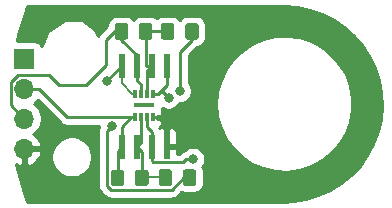
<source format=gbr>
%TF.GenerationSoftware,KiCad,Pcbnew,(5.1.5)-3*%
%TF.CreationDate,2021-12-06T22:42:56-06:00*%
%TF.ProjectId,DriveByWireMrSensor,44726976-6542-4795-9769-72654d725365,rev?*%
%TF.SameCoordinates,Original*%
%TF.FileFunction,Copper,L1,Top*%
%TF.FilePolarity,Positive*%
%FSLAX46Y46*%
G04 Gerber Fmt 4.6, Leading zero omitted, Abs format (unit mm)*
G04 Created by KiCad (PCBNEW (5.1.5)-3) date 2021-12-06 22:42:56*
%MOMM*%
%LPD*%
G04 APERTURE LIST*
%TA.AperFunction,SMDPad,CuDef*%
%ADD10R,0.558800X2.057400*%
%TD*%
%TA.AperFunction,ComponentPad*%
%ADD11R,1.700000X1.700000*%
%TD*%
%TA.AperFunction,ComponentPad*%
%ADD12O,1.700000X1.700000*%
%TD*%
%TA.AperFunction,SMDPad,CuDef*%
%ADD13C,0.100000*%
%TD*%
%TA.AperFunction,SMDPad,CuDef*%
%ADD14R,0.300000X0.750000*%
%TD*%
%TA.AperFunction,SMDPad,CuDef*%
%ADD15R,1.750000X0.450000*%
%TD*%
%TA.AperFunction,ViaPad*%
%ADD16C,0.800000*%
%TD*%
%TA.AperFunction,Conductor*%
%ADD17C,0.152400*%
%TD*%
%TA.AperFunction,Conductor*%
%ADD18C,0.228600*%
%TD*%
%TA.AperFunction,Conductor*%
%ADD19C,0.254000*%
%TD*%
G04 APERTURE END LIST*
D10*
%TO.P,U1,1*%
%TO.N,AnalogSignal1*%
X99425000Y-82729000D03*
%TO.P,U1,2*%
%TO.N,LM358_InM1*%
X100695000Y-82729000D03*
%TO.P,U1,3*%
%TO.N,LM358_InP1*%
X101965000Y-82729000D03*
%TO.P,U1,4*%
%TO.N,GND*%
X103235000Y-82729000D03*
%TO.P,U1,5*%
%TO.N,LM358_InP2*%
X103235000Y-75871000D03*
%TO.P,U1,6*%
%TO.N,LM358_InM2*%
X101965000Y-75871000D03*
%TO.P,U1,7*%
%TO.N,AnalogSignal2*%
X100695000Y-75871000D03*
%TO.P,U1,8*%
%TO.N,+3V3*%
X99425000Y-75871000D03*
%TD*%
D11*
%TO.P,J1,1*%
%TO.N,+3V3*%
X91200000Y-75289999D03*
D12*
%TO.P,J1,2*%
%TO.N,AnalogSignal1*%
X91200000Y-77829999D03*
%TO.P,J1,3*%
%TO.N,AnalogSignal2*%
X91200000Y-80369999D03*
%TO.P,J1,4*%
%TO.N,GND*%
X91200000Y-82909999D03*
%TD*%
%TA.AperFunction,SMDPad,CuDef*%
D13*
%TO.P,R1,1*%
%TO.N,LM358_InM1*%
G36*
X103474505Y-84651204D02*
G01*
X103498773Y-84654804D01*
X103522572Y-84660765D01*
X103545671Y-84669030D01*
X103567850Y-84679520D01*
X103588893Y-84692132D01*
X103608599Y-84706747D01*
X103626777Y-84723223D01*
X103643253Y-84741401D01*
X103657868Y-84761107D01*
X103670480Y-84782150D01*
X103680970Y-84804329D01*
X103689235Y-84827428D01*
X103695196Y-84851227D01*
X103698796Y-84875495D01*
X103700000Y-84899999D01*
X103700000Y-85800001D01*
X103698796Y-85824505D01*
X103695196Y-85848773D01*
X103689235Y-85872572D01*
X103680970Y-85895671D01*
X103670480Y-85917850D01*
X103657868Y-85938893D01*
X103643253Y-85958599D01*
X103626777Y-85976777D01*
X103608599Y-85993253D01*
X103588893Y-86007868D01*
X103567850Y-86020480D01*
X103545671Y-86030970D01*
X103522572Y-86039235D01*
X103498773Y-86045196D01*
X103474505Y-86048796D01*
X103450001Y-86050000D01*
X102799999Y-86050000D01*
X102775495Y-86048796D01*
X102751227Y-86045196D01*
X102727428Y-86039235D01*
X102704329Y-86030970D01*
X102682150Y-86020480D01*
X102661107Y-86007868D01*
X102641401Y-85993253D01*
X102623223Y-85976777D01*
X102606747Y-85958599D01*
X102592132Y-85938893D01*
X102579520Y-85917850D01*
X102569030Y-85895671D01*
X102560765Y-85872572D01*
X102554804Y-85848773D01*
X102551204Y-85824505D01*
X102550000Y-85800001D01*
X102550000Y-84899999D01*
X102551204Y-84875495D01*
X102554804Y-84851227D01*
X102560765Y-84827428D01*
X102569030Y-84804329D01*
X102579520Y-84782150D01*
X102592132Y-84761107D01*
X102606747Y-84741401D01*
X102623223Y-84723223D01*
X102641401Y-84706747D01*
X102661107Y-84692132D01*
X102682150Y-84679520D01*
X102704329Y-84669030D01*
X102727428Y-84660765D01*
X102751227Y-84654804D01*
X102775495Y-84651204D01*
X102799999Y-84650000D01*
X103450001Y-84650000D01*
X103474505Y-84651204D01*
G37*
%TD.AperFunction*%
%TA.AperFunction,SMDPad,CuDef*%
%TO.P,R1,2*%
%TO.N,SourceSignal1*%
G36*
X105524505Y-84651204D02*
G01*
X105548773Y-84654804D01*
X105572572Y-84660765D01*
X105595671Y-84669030D01*
X105617850Y-84679520D01*
X105638893Y-84692132D01*
X105658599Y-84706747D01*
X105676777Y-84723223D01*
X105693253Y-84741401D01*
X105707868Y-84761107D01*
X105720480Y-84782150D01*
X105730970Y-84804329D01*
X105739235Y-84827428D01*
X105745196Y-84851227D01*
X105748796Y-84875495D01*
X105750000Y-84899999D01*
X105750000Y-85800001D01*
X105748796Y-85824505D01*
X105745196Y-85848773D01*
X105739235Y-85872572D01*
X105730970Y-85895671D01*
X105720480Y-85917850D01*
X105707868Y-85938893D01*
X105693253Y-85958599D01*
X105676777Y-85976777D01*
X105658599Y-85993253D01*
X105638893Y-86007868D01*
X105617850Y-86020480D01*
X105595671Y-86030970D01*
X105572572Y-86039235D01*
X105548773Y-86045196D01*
X105524505Y-86048796D01*
X105500001Y-86050000D01*
X104849999Y-86050000D01*
X104825495Y-86048796D01*
X104801227Y-86045196D01*
X104777428Y-86039235D01*
X104754329Y-86030970D01*
X104732150Y-86020480D01*
X104711107Y-86007868D01*
X104691401Y-85993253D01*
X104673223Y-85976777D01*
X104656747Y-85958599D01*
X104642132Y-85938893D01*
X104629520Y-85917850D01*
X104619030Y-85895671D01*
X104610765Y-85872572D01*
X104604804Y-85848773D01*
X104601204Y-85824505D01*
X104600000Y-85800001D01*
X104600000Y-84899999D01*
X104601204Y-84875495D01*
X104604804Y-84851227D01*
X104610765Y-84827428D01*
X104619030Y-84804329D01*
X104629520Y-84782150D01*
X104642132Y-84761107D01*
X104656747Y-84741401D01*
X104673223Y-84723223D01*
X104691401Y-84706747D01*
X104711107Y-84692132D01*
X104732150Y-84679520D01*
X104754329Y-84669030D01*
X104777428Y-84660765D01*
X104801227Y-84654804D01*
X104825495Y-84651204D01*
X104849999Y-84650000D01*
X105500001Y-84650000D01*
X105524505Y-84651204D01*
G37*
%TD.AperFunction*%
%TD*%
%TA.AperFunction,SMDPad,CuDef*%
%TO.P,R2,2*%
%TO.N,AnalogSignal1*%
G36*
X99429505Y-84676204D02*
G01*
X99453773Y-84679804D01*
X99477572Y-84685765D01*
X99500671Y-84694030D01*
X99522850Y-84704520D01*
X99543893Y-84717132D01*
X99563599Y-84731747D01*
X99581777Y-84748223D01*
X99598253Y-84766401D01*
X99612868Y-84786107D01*
X99625480Y-84807150D01*
X99635970Y-84829329D01*
X99644235Y-84852428D01*
X99650196Y-84876227D01*
X99653796Y-84900495D01*
X99655000Y-84924999D01*
X99655000Y-85825001D01*
X99653796Y-85849505D01*
X99650196Y-85873773D01*
X99644235Y-85897572D01*
X99635970Y-85920671D01*
X99625480Y-85942850D01*
X99612868Y-85963893D01*
X99598253Y-85983599D01*
X99581777Y-86001777D01*
X99563599Y-86018253D01*
X99543893Y-86032868D01*
X99522850Y-86045480D01*
X99500671Y-86055970D01*
X99477572Y-86064235D01*
X99453773Y-86070196D01*
X99429505Y-86073796D01*
X99405001Y-86075000D01*
X98754999Y-86075000D01*
X98730495Y-86073796D01*
X98706227Y-86070196D01*
X98682428Y-86064235D01*
X98659329Y-86055970D01*
X98637150Y-86045480D01*
X98616107Y-86032868D01*
X98596401Y-86018253D01*
X98578223Y-86001777D01*
X98561747Y-85983599D01*
X98547132Y-85963893D01*
X98534520Y-85942850D01*
X98524030Y-85920671D01*
X98515765Y-85897572D01*
X98509804Y-85873773D01*
X98506204Y-85849505D01*
X98505000Y-85825001D01*
X98505000Y-84924999D01*
X98506204Y-84900495D01*
X98509804Y-84876227D01*
X98515765Y-84852428D01*
X98524030Y-84829329D01*
X98534520Y-84807150D01*
X98547132Y-84786107D01*
X98561747Y-84766401D01*
X98578223Y-84748223D01*
X98596401Y-84731747D01*
X98616107Y-84717132D01*
X98637150Y-84704520D01*
X98659329Y-84694030D01*
X98682428Y-84685765D01*
X98706227Y-84679804D01*
X98730495Y-84676204D01*
X98754999Y-84675000D01*
X99405001Y-84675000D01*
X99429505Y-84676204D01*
G37*
%TD.AperFunction*%
%TA.AperFunction,SMDPad,CuDef*%
%TO.P,R2,1*%
%TO.N,LM358_InM1*%
G36*
X101479505Y-84676204D02*
G01*
X101503773Y-84679804D01*
X101527572Y-84685765D01*
X101550671Y-84694030D01*
X101572850Y-84704520D01*
X101593893Y-84717132D01*
X101613599Y-84731747D01*
X101631777Y-84748223D01*
X101648253Y-84766401D01*
X101662868Y-84786107D01*
X101675480Y-84807150D01*
X101685970Y-84829329D01*
X101694235Y-84852428D01*
X101700196Y-84876227D01*
X101703796Y-84900495D01*
X101705000Y-84924999D01*
X101705000Y-85825001D01*
X101703796Y-85849505D01*
X101700196Y-85873773D01*
X101694235Y-85897572D01*
X101685970Y-85920671D01*
X101675480Y-85942850D01*
X101662868Y-85963893D01*
X101648253Y-85983599D01*
X101631777Y-86001777D01*
X101613599Y-86018253D01*
X101593893Y-86032868D01*
X101572850Y-86045480D01*
X101550671Y-86055970D01*
X101527572Y-86064235D01*
X101503773Y-86070196D01*
X101479505Y-86073796D01*
X101455001Y-86075000D01*
X100804999Y-86075000D01*
X100780495Y-86073796D01*
X100756227Y-86070196D01*
X100732428Y-86064235D01*
X100709329Y-86055970D01*
X100687150Y-86045480D01*
X100666107Y-86032868D01*
X100646401Y-86018253D01*
X100628223Y-86001777D01*
X100611747Y-85983599D01*
X100597132Y-85963893D01*
X100584520Y-85942850D01*
X100574030Y-85920671D01*
X100565765Y-85897572D01*
X100559804Y-85873773D01*
X100556204Y-85849505D01*
X100555000Y-85825001D01*
X100555000Y-84924999D01*
X100556204Y-84900495D01*
X100559804Y-84876227D01*
X100565765Y-84852428D01*
X100574030Y-84829329D01*
X100584520Y-84807150D01*
X100597132Y-84786107D01*
X100611747Y-84766401D01*
X100628223Y-84748223D01*
X100646401Y-84731747D01*
X100666107Y-84717132D01*
X100687150Y-84704520D01*
X100709329Y-84694030D01*
X100732428Y-84685765D01*
X100756227Y-84679804D01*
X100780495Y-84676204D01*
X100804999Y-84675000D01*
X101455001Y-84675000D01*
X101479505Y-84676204D01*
G37*
%TD.AperFunction*%
%TD*%
%TA.AperFunction,SMDPad,CuDef*%
%TO.P,R3,2*%
%TO.N,SourceSignal2*%
G36*
X105722505Y-72281204D02*
G01*
X105746773Y-72284804D01*
X105770572Y-72290765D01*
X105793671Y-72299030D01*
X105815850Y-72309520D01*
X105836893Y-72322132D01*
X105856599Y-72336747D01*
X105874777Y-72353223D01*
X105891253Y-72371401D01*
X105905868Y-72391107D01*
X105918480Y-72412150D01*
X105928970Y-72434329D01*
X105937235Y-72457428D01*
X105943196Y-72481227D01*
X105946796Y-72505495D01*
X105948000Y-72529999D01*
X105948000Y-73430001D01*
X105946796Y-73454505D01*
X105943196Y-73478773D01*
X105937235Y-73502572D01*
X105928970Y-73525671D01*
X105918480Y-73547850D01*
X105905868Y-73568893D01*
X105891253Y-73588599D01*
X105874777Y-73606777D01*
X105856599Y-73623253D01*
X105836893Y-73637868D01*
X105815850Y-73650480D01*
X105793671Y-73660970D01*
X105770572Y-73669235D01*
X105746773Y-73675196D01*
X105722505Y-73678796D01*
X105698001Y-73680000D01*
X105047999Y-73680000D01*
X105023495Y-73678796D01*
X104999227Y-73675196D01*
X104975428Y-73669235D01*
X104952329Y-73660970D01*
X104930150Y-73650480D01*
X104909107Y-73637868D01*
X104889401Y-73623253D01*
X104871223Y-73606777D01*
X104854747Y-73588599D01*
X104840132Y-73568893D01*
X104827520Y-73547850D01*
X104817030Y-73525671D01*
X104808765Y-73502572D01*
X104802804Y-73478773D01*
X104799204Y-73454505D01*
X104798000Y-73430001D01*
X104798000Y-72529999D01*
X104799204Y-72505495D01*
X104802804Y-72481227D01*
X104808765Y-72457428D01*
X104817030Y-72434329D01*
X104827520Y-72412150D01*
X104840132Y-72391107D01*
X104854747Y-72371401D01*
X104871223Y-72353223D01*
X104889401Y-72336747D01*
X104909107Y-72322132D01*
X104930150Y-72309520D01*
X104952329Y-72299030D01*
X104975428Y-72290765D01*
X104999227Y-72284804D01*
X105023495Y-72281204D01*
X105047999Y-72280000D01*
X105698001Y-72280000D01*
X105722505Y-72281204D01*
G37*
%TD.AperFunction*%
%TA.AperFunction,SMDPad,CuDef*%
%TO.P,R3,1*%
%TO.N,LM358_InM2*%
G36*
X103672505Y-72281204D02*
G01*
X103696773Y-72284804D01*
X103720572Y-72290765D01*
X103743671Y-72299030D01*
X103765850Y-72309520D01*
X103786893Y-72322132D01*
X103806599Y-72336747D01*
X103824777Y-72353223D01*
X103841253Y-72371401D01*
X103855868Y-72391107D01*
X103868480Y-72412150D01*
X103878970Y-72434329D01*
X103887235Y-72457428D01*
X103893196Y-72481227D01*
X103896796Y-72505495D01*
X103898000Y-72529999D01*
X103898000Y-73430001D01*
X103896796Y-73454505D01*
X103893196Y-73478773D01*
X103887235Y-73502572D01*
X103878970Y-73525671D01*
X103868480Y-73547850D01*
X103855868Y-73568893D01*
X103841253Y-73588599D01*
X103824777Y-73606777D01*
X103806599Y-73623253D01*
X103786893Y-73637868D01*
X103765850Y-73650480D01*
X103743671Y-73660970D01*
X103720572Y-73669235D01*
X103696773Y-73675196D01*
X103672505Y-73678796D01*
X103648001Y-73680000D01*
X102997999Y-73680000D01*
X102973495Y-73678796D01*
X102949227Y-73675196D01*
X102925428Y-73669235D01*
X102902329Y-73660970D01*
X102880150Y-73650480D01*
X102859107Y-73637868D01*
X102839401Y-73623253D01*
X102821223Y-73606777D01*
X102804747Y-73588599D01*
X102790132Y-73568893D01*
X102777520Y-73547850D01*
X102767030Y-73525671D01*
X102758765Y-73502572D01*
X102752804Y-73478773D01*
X102749204Y-73454505D01*
X102748000Y-73430001D01*
X102748000Y-72529999D01*
X102749204Y-72505495D01*
X102752804Y-72481227D01*
X102758765Y-72457428D01*
X102767030Y-72434329D01*
X102777520Y-72412150D01*
X102790132Y-72391107D01*
X102804747Y-72371401D01*
X102821223Y-72353223D01*
X102839401Y-72336747D01*
X102859107Y-72322132D01*
X102880150Y-72309520D01*
X102902329Y-72299030D01*
X102925428Y-72290765D01*
X102949227Y-72284804D01*
X102973495Y-72281204D01*
X102997999Y-72280000D01*
X103648001Y-72280000D01*
X103672505Y-72281204D01*
G37*
%TD.AperFunction*%
%TD*%
%TA.AperFunction,SMDPad,CuDef*%
%TO.P,R4,1*%
%TO.N,LM358_InM2*%
G36*
X101802505Y-72281204D02*
G01*
X101826773Y-72284804D01*
X101850572Y-72290765D01*
X101873671Y-72299030D01*
X101895850Y-72309520D01*
X101916893Y-72322132D01*
X101936599Y-72336747D01*
X101954777Y-72353223D01*
X101971253Y-72371401D01*
X101985868Y-72391107D01*
X101998480Y-72412150D01*
X102008970Y-72434329D01*
X102017235Y-72457428D01*
X102023196Y-72481227D01*
X102026796Y-72505495D01*
X102028000Y-72529999D01*
X102028000Y-73430001D01*
X102026796Y-73454505D01*
X102023196Y-73478773D01*
X102017235Y-73502572D01*
X102008970Y-73525671D01*
X101998480Y-73547850D01*
X101985868Y-73568893D01*
X101971253Y-73588599D01*
X101954777Y-73606777D01*
X101936599Y-73623253D01*
X101916893Y-73637868D01*
X101895850Y-73650480D01*
X101873671Y-73660970D01*
X101850572Y-73669235D01*
X101826773Y-73675196D01*
X101802505Y-73678796D01*
X101778001Y-73680000D01*
X101127999Y-73680000D01*
X101103495Y-73678796D01*
X101079227Y-73675196D01*
X101055428Y-73669235D01*
X101032329Y-73660970D01*
X101010150Y-73650480D01*
X100989107Y-73637868D01*
X100969401Y-73623253D01*
X100951223Y-73606777D01*
X100934747Y-73588599D01*
X100920132Y-73568893D01*
X100907520Y-73547850D01*
X100897030Y-73525671D01*
X100888765Y-73502572D01*
X100882804Y-73478773D01*
X100879204Y-73454505D01*
X100878000Y-73430001D01*
X100878000Y-72529999D01*
X100879204Y-72505495D01*
X100882804Y-72481227D01*
X100888765Y-72457428D01*
X100897030Y-72434329D01*
X100907520Y-72412150D01*
X100920132Y-72391107D01*
X100934747Y-72371401D01*
X100951223Y-72353223D01*
X100969401Y-72336747D01*
X100989107Y-72322132D01*
X101010150Y-72309520D01*
X101032329Y-72299030D01*
X101055428Y-72290765D01*
X101079227Y-72284804D01*
X101103495Y-72281204D01*
X101127999Y-72280000D01*
X101778001Y-72280000D01*
X101802505Y-72281204D01*
G37*
%TD.AperFunction*%
%TA.AperFunction,SMDPad,CuDef*%
%TO.P,R4,2*%
%TO.N,AnalogSignal2*%
G36*
X99752505Y-72281204D02*
G01*
X99776773Y-72284804D01*
X99800572Y-72290765D01*
X99823671Y-72299030D01*
X99845850Y-72309520D01*
X99866893Y-72322132D01*
X99886599Y-72336747D01*
X99904777Y-72353223D01*
X99921253Y-72371401D01*
X99935868Y-72391107D01*
X99948480Y-72412150D01*
X99958970Y-72434329D01*
X99967235Y-72457428D01*
X99973196Y-72481227D01*
X99976796Y-72505495D01*
X99978000Y-72529999D01*
X99978000Y-73430001D01*
X99976796Y-73454505D01*
X99973196Y-73478773D01*
X99967235Y-73502572D01*
X99958970Y-73525671D01*
X99948480Y-73547850D01*
X99935868Y-73568893D01*
X99921253Y-73588599D01*
X99904777Y-73606777D01*
X99886599Y-73623253D01*
X99866893Y-73637868D01*
X99845850Y-73650480D01*
X99823671Y-73660970D01*
X99800572Y-73669235D01*
X99776773Y-73675196D01*
X99752505Y-73678796D01*
X99728001Y-73680000D01*
X99077999Y-73680000D01*
X99053495Y-73678796D01*
X99029227Y-73675196D01*
X99005428Y-73669235D01*
X98982329Y-73660970D01*
X98960150Y-73650480D01*
X98939107Y-73637868D01*
X98919401Y-73623253D01*
X98901223Y-73606777D01*
X98884747Y-73588599D01*
X98870132Y-73568893D01*
X98857520Y-73547850D01*
X98847030Y-73525671D01*
X98838765Y-73502572D01*
X98832804Y-73478773D01*
X98829204Y-73454505D01*
X98828000Y-73430001D01*
X98828000Y-72529999D01*
X98829204Y-72505495D01*
X98832804Y-72481227D01*
X98838765Y-72457428D01*
X98847030Y-72434329D01*
X98857520Y-72412150D01*
X98870132Y-72391107D01*
X98884747Y-72371401D01*
X98901223Y-72353223D01*
X98919401Y-72336747D01*
X98939107Y-72322132D01*
X98960150Y-72309520D01*
X98982329Y-72299030D01*
X99005428Y-72290765D01*
X99029227Y-72284804D01*
X99053495Y-72281204D01*
X99077999Y-72280000D01*
X99728001Y-72280000D01*
X99752505Y-72281204D01*
G37*
%TD.AperFunction*%
%TD*%
D14*
%TO.P,U3,1*%
%TO.N,AnalogSignal1*%
X100596000Y-80248000D03*
%TO.P,U3,2*%
%TO.N,LM358_InM1*%
X101096000Y-80248000D03*
%TO.P,U3,3*%
%TO.N,LM358_InP1*%
X101596000Y-80248000D03*
%TO.P,U3,4*%
%TO.N,GND*%
X102096000Y-80248000D03*
%TO.P,U3,5*%
%TO.N,LM358_InP2*%
X102096000Y-78248000D03*
%TO.P,U3,6*%
%TO.N,LM358_InM2*%
X101596000Y-78248000D03*
%TO.P,U3,7*%
%TO.N,AnalogSignal2*%
X101096000Y-78248000D03*
%TO.P,U3,8*%
%TO.N,+3V3*%
X100596000Y-78248000D03*
D15*
%TO.P,U3,9*%
%TO.N,N/C*%
X101346000Y-79248000D03*
%TD*%
D16*
%TO.N,+3V3*%
X98196400Y-77190600D03*
%TO.N,SourceSignal1*%
X98577400Y-81000600D03*
%TO.N,SourceSignal2*%
X104343200Y-78028800D03*
%TO.N,LM358_InP1*%
X105460800Y-83794600D03*
%TO.N,LM358_InP2*%
X103403400Y-78587600D03*
%TD*%
D17*
%TO.N,+3V3*%
X99425000Y-77052100D02*
X99425000Y-75871000D01*
X99425000Y-77379400D02*
X99425000Y-77052100D01*
X100293600Y-78248000D02*
X99425000Y-77379400D01*
X100596000Y-78248000D02*
X100293600Y-78248000D01*
D18*
X98196400Y-77099600D02*
X99425000Y-75871000D01*
X98196400Y-77190600D02*
X98196400Y-77099600D01*
%TO.N,GND*%
X103235000Y-81471700D02*
X103235000Y-82729000D01*
X103235000Y-81008400D02*
X103235000Y-81471700D01*
X102474600Y-80248000D02*
X103235000Y-81008400D01*
X102096000Y-80248000D02*
X102474600Y-80248000D01*
%TO.N,SourceSignal1*%
X98190690Y-81387310D02*
X98577400Y-81000600D01*
X104698058Y-85350000D02*
X103658748Y-86389310D01*
X105175000Y-85350000D02*
X104698058Y-85350000D01*
X103658748Y-86389310D02*
X98521252Y-86389310D01*
X98521252Y-86389310D02*
X98190690Y-86058748D01*
X98190690Y-86058748D02*
X98190690Y-81387310D01*
%TO.N,AnalogSignal1*%
X99080000Y-83074000D02*
X99425000Y-82729000D01*
X99080000Y-85375000D02*
X99080000Y-83074000D01*
X94820082Y-80248000D02*
X100217400Y-80248000D01*
X92402081Y-77829999D02*
X94820082Y-80248000D01*
X91200000Y-77829999D02*
X92402081Y-77829999D01*
X100217400Y-80248000D02*
X100596000Y-80248000D01*
X99425000Y-81040400D02*
X100217400Y-80248000D01*
X99425000Y-82729000D02*
X99425000Y-81040400D01*
%TO.N,SourceSignal2*%
X104343200Y-74709800D02*
X104343200Y-78028800D01*
X105373000Y-72980000D02*
X105373000Y-73680000D01*
X105373000Y-73680000D02*
X104343200Y-74709800D01*
%TO.N,AnalogSignal2*%
X98104310Y-73703690D02*
X98828000Y-72980000D01*
X96396192Y-77530310D02*
X98104310Y-75822192D01*
X93239196Y-76665698D02*
X94103808Y-77530310D01*
X90641135Y-76665698D02*
X93239196Y-76665698D01*
X98104310Y-75822192D02*
X98104310Y-73703690D01*
X90035699Y-77271134D02*
X90641135Y-76665698D01*
X98828000Y-72980000D02*
X99403000Y-72980000D01*
X90035699Y-79205698D02*
X90035699Y-77271134D01*
X94103808Y-77530310D02*
X96396192Y-77530310D01*
X91200000Y-80369999D02*
X90035699Y-79205698D01*
X100695000Y-74972000D02*
X100695000Y-75871000D01*
X99403000Y-73680000D02*
X100695000Y-74972000D01*
X99403000Y-72980000D02*
X99403000Y-73680000D01*
X101096000Y-77644400D02*
X101096000Y-78248000D01*
X100695000Y-77128300D02*
X101096000Y-77529300D01*
X101096000Y-77529300D02*
X101096000Y-77644400D01*
X100695000Y-75871000D02*
X100695000Y-77128300D01*
D17*
%TO.N,LM358_InM1*%
X101155000Y-85350000D02*
X101130000Y-85375000D01*
X103125000Y-85350000D02*
X101155000Y-85350000D01*
D18*
X101096000Y-82328000D02*
X100695000Y-82729000D01*
X101096000Y-80248000D02*
X101096000Y-82328000D01*
X101130000Y-83164000D02*
X100695000Y-82729000D01*
X101130000Y-85375000D02*
X101130000Y-83164000D01*
%TO.N,LM358_InM2*%
X101453000Y-72980000D02*
X103323000Y-72980000D01*
X101457000Y-75871000D02*
X101965000Y-75871000D01*
X101453000Y-75867000D02*
X101457000Y-75871000D01*
X101453000Y-72980000D02*
X101453000Y-75867000D01*
X101596000Y-76240000D02*
X101965000Y-75871000D01*
X101596000Y-78248000D02*
X101596000Y-76240000D01*
%TO.N,LM358_InP1*%
X101965000Y-83986300D02*
X101965000Y-82729000D01*
X102050701Y-84072001D02*
X101965000Y-83986300D01*
X104895115Y-83794600D02*
X104617714Y-84072001D01*
X104617714Y-84072001D02*
X102050701Y-84072001D01*
X105460800Y-83794600D02*
X104895115Y-83794600D01*
X101596000Y-81102700D02*
X101596000Y-80851600D01*
X101965000Y-81471700D02*
X101596000Y-81102700D01*
X101596000Y-80851600D02*
X101596000Y-80248000D01*
X101965000Y-82729000D02*
X101965000Y-81471700D01*
%TO.N,LM358_InP2*%
X103403400Y-78587600D02*
X102768400Y-77952600D01*
X103235000Y-77128300D02*
X103235000Y-75871000D01*
X103235000Y-77487600D02*
X103235000Y-77128300D01*
X102474600Y-78248000D02*
X103235000Y-77487600D01*
X102096000Y-78248000D02*
X102474600Y-78248000D01*
%TD*%
D19*
%TO.N,GND*%
G36*
X114278886Y-70930209D02*
G01*
X115352568Y-71146702D01*
X116388188Y-71503294D01*
X117367550Y-71993721D01*
X118273444Y-72609366D01*
X119089956Y-73339413D01*
X119802748Y-74171042D01*
X120399287Y-75089630D01*
X120869097Y-76079048D01*
X121203923Y-77121908D01*
X121397883Y-78199893D01*
X121447568Y-79294054D01*
X121352107Y-80385181D01*
X121113176Y-81454096D01*
X120734975Y-82482018D01*
X120224145Y-83450892D01*
X119589660Y-84343699D01*
X118842672Y-85144747D01*
X117996302Y-85839962D01*
X117065422Y-86417132D01*
X116066383Y-86866118D01*
X115016741Y-87179030D01*
X113927295Y-87351581D01*
X113169330Y-87386000D01*
X91454698Y-87386000D01*
X90989118Y-86087421D01*
X90501917Y-84284817D01*
X90487197Y-84205578D01*
X90568748Y-84254156D01*
X90843109Y-84351480D01*
X91073000Y-84230813D01*
X91073000Y-83036999D01*
X91327000Y-83036999D01*
X91327000Y-84230813D01*
X91556891Y-84351480D01*
X91831252Y-84254156D01*
X92081355Y-84105177D01*
X92297588Y-83910268D01*
X92471641Y-83676919D01*
X92589671Y-83429117D01*
X93465000Y-83429117D01*
X93465000Y-83770883D01*
X93531675Y-84106081D01*
X93662463Y-84421831D01*
X93852337Y-84705998D01*
X94094002Y-84947663D01*
X94378169Y-85137537D01*
X94693919Y-85268325D01*
X95029117Y-85335000D01*
X95370883Y-85335000D01*
X95706081Y-85268325D01*
X96021831Y-85137537D01*
X96305998Y-84947663D01*
X96547663Y-84705998D01*
X96737537Y-84421831D01*
X96868325Y-84106081D01*
X96935000Y-83770883D01*
X96935000Y-83429117D01*
X96868325Y-83093919D01*
X96737537Y-82778169D01*
X96547663Y-82494002D01*
X96305998Y-82252337D01*
X96021831Y-82062463D01*
X95706081Y-81931675D01*
X95370883Y-81865000D01*
X95029117Y-81865000D01*
X94693919Y-81931675D01*
X94378169Y-82062463D01*
X94094002Y-82252337D01*
X93852337Y-82494002D01*
X93662463Y-82778169D01*
X93531675Y-83093919D01*
X93465000Y-83429117D01*
X92589671Y-83429117D01*
X92596825Y-83414098D01*
X92641476Y-83266889D01*
X92520155Y-83036999D01*
X91327000Y-83036999D01*
X91073000Y-83036999D01*
X91053000Y-83036999D01*
X91053000Y-82782999D01*
X91073000Y-82782999D01*
X91073000Y-82762999D01*
X91327000Y-82762999D01*
X91327000Y-82782999D01*
X92520155Y-82782999D01*
X92641476Y-82553109D01*
X92596825Y-82405900D01*
X92471641Y-82143079D01*
X92297588Y-81909730D01*
X92081355Y-81714821D01*
X91964466Y-81645194D01*
X92146632Y-81523474D01*
X92353475Y-81316631D01*
X92515990Y-81073410D01*
X92627932Y-80803157D01*
X92685000Y-80516259D01*
X92685000Y-80223739D01*
X92627932Y-79936841D01*
X92515990Y-79666588D01*
X92353475Y-79423367D01*
X92146632Y-79216524D01*
X91972240Y-79099999D01*
X92146632Y-78983474D01*
X92321259Y-78808847D01*
X94264228Y-80751817D01*
X94287684Y-80780398D01*
X94316265Y-80803854D01*
X94316272Y-80803861D01*
X94401778Y-80874034D01*
X94504029Y-80928688D01*
X94531950Y-80943612D01*
X94673194Y-80986458D01*
X94783276Y-80997300D01*
X94783286Y-80997300D01*
X94820082Y-81000924D01*
X94856878Y-80997300D01*
X97542400Y-80997300D01*
X97542400Y-81010645D01*
X97495078Y-81099179D01*
X97469423Y-81183754D01*
X97457200Y-81224050D01*
X97452233Y-81240423D01*
X97437766Y-81387310D01*
X97441391Y-81424115D01*
X97441390Y-86021952D01*
X97437766Y-86058748D01*
X97441390Y-86095543D01*
X97441390Y-86095553D01*
X97452232Y-86205635D01*
X97480374Y-86298405D01*
X97495078Y-86346879D01*
X97564656Y-86477051D01*
X97599578Y-86519603D01*
X97658292Y-86591146D01*
X97686884Y-86614611D01*
X97965389Y-86893116D01*
X97988854Y-86921708D01*
X98102949Y-87015344D01*
X98233120Y-87084922D01*
X98374364Y-87127768D01*
X98484446Y-87138610D01*
X98484455Y-87138610D01*
X98521251Y-87142234D01*
X98558047Y-87138610D01*
X103621953Y-87138610D01*
X103658748Y-87142234D01*
X103695543Y-87138610D01*
X103695554Y-87138610D01*
X103805636Y-87127768D01*
X103946880Y-87084922D01*
X104077051Y-87015344D01*
X104191146Y-86921708D01*
X104214611Y-86893116D01*
X104495230Y-86612497D01*
X104510149Y-86620472D01*
X104676745Y-86671008D01*
X104849999Y-86688072D01*
X105500001Y-86688072D01*
X105673255Y-86671008D01*
X105839851Y-86620472D01*
X105993387Y-86538405D01*
X106127962Y-86427962D01*
X106238405Y-86293387D01*
X106320472Y-86139851D01*
X106371008Y-85973255D01*
X106388072Y-85800001D01*
X106388072Y-84899999D01*
X106371008Y-84726745D01*
X106320472Y-84560149D01*
X106264214Y-84454897D01*
X106264737Y-84454374D01*
X106378005Y-84284856D01*
X106456026Y-84096498D01*
X106495800Y-83896539D01*
X106495800Y-83692661D01*
X106456026Y-83492702D01*
X106378005Y-83304344D01*
X106264737Y-83134826D01*
X106120574Y-82990663D01*
X105951056Y-82877395D01*
X105762698Y-82799374D01*
X105562739Y-82759600D01*
X105358861Y-82759600D01*
X105158902Y-82799374D01*
X104970544Y-82877395D01*
X104801026Y-82990663D01*
X104730026Y-83061663D01*
X104606983Y-83098988D01*
X104476812Y-83168566D01*
X104362717Y-83262202D01*
X104339252Y-83290794D01*
X104307345Y-83322701D01*
X104150675Y-83322701D01*
X104149400Y-83014750D01*
X103990650Y-82856000D01*
X103362000Y-82856000D01*
X103362000Y-82876000D01*
X103108000Y-82876000D01*
X103108000Y-82856000D01*
X103088000Y-82856000D01*
X103088000Y-82602000D01*
X103108000Y-82602000D01*
X103108000Y-81224050D01*
X103362000Y-81224050D01*
X103362000Y-82602000D01*
X103990650Y-82602000D01*
X104149400Y-82443250D01*
X104152470Y-81701805D01*
X104140503Y-81577295D01*
X104104476Y-81457511D01*
X104045772Y-81347058D01*
X103966648Y-81250180D01*
X103870144Y-81170600D01*
X103759969Y-81111376D01*
X103640357Y-81074784D01*
X103520750Y-81065300D01*
X103362000Y-81224050D01*
X103108000Y-81224050D01*
X102949250Y-81065300D01*
X102829643Y-81074784D01*
X102710031Y-81111376D01*
X102641667Y-81148125D01*
X102631458Y-81129025D01*
X102707407Y-81063726D01*
X102784522Y-80965242D01*
X102840943Y-80853605D01*
X102874500Y-80733107D01*
X102883904Y-80608377D01*
X102881000Y-80533750D01*
X102722250Y-80375000D01*
X102384072Y-80375000D01*
X102384072Y-80121000D01*
X102722250Y-80121000D01*
X102881000Y-79962250D01*
X102883904Y-79887623D01*
X102874500Y-79762893D01*
X102840943Y-79642395D01*
X102836097Y-79632806D01*
X102846812Y-79597482D01*
X102859072Y-79473000D01*
X102859072Y-79468675D01*
X102913144Y-79504805D01*
X103101502Y-79582826D01*
X103301461Y-79622600D01*
X103505339Y-79622600D01*
X103705298Y-79582826D01*
X103893656Y-79504805D01*
X104063174Y-79391537D01*
X104207337Y-79247374D01*
X104305809Y-79099999D01*
X107445001Y-79099999D01*
X107537486Y-80127594D01*
X107811969Y-81122161D01*
X108259628Y-82051734D01*
X108866074Y-82886436D01*
X109611817Y-83599438D01*
X110472886Y-84167825D01*
X111421608Y-84573328D01*
X112427488Y-84802914D01*
X113458197Y-84849203D01*
X114480608Y-84710708D01*
X115461859Y-84391880D01*
X116370412Y-83902967D01*
X117177065Y-83259683D01*
X117855892Y-82482703D01*
X118385075Y-81596999D01*
X118747605Y-80631041D01*
X118931831Y-79615873D01*
X118931831Y-78584125D01*
X118747605Y-77568957D01*
X118385075Y-76602999D01*
X117855892Y-75717295D01*
X117177065Y-74940315D01*
X116370412Y-74297031D01*
X115461859Y-73808118D01*
X114480608Y-73489290D01*
X113458197Y-73350795D01*
X112427488Y-73397084D01*
X111421608Y-73626670D01*
X110472886Y-74032173D01*
X109611817Y-74600560D01*
X108866074Y-75313562D01*
X108259628Y-76148264D01*
X107811969Y-77077837D01*
X107537486Y-78072404D01*
X107445001Y-79099999D01*
X104305809Y-79099999D01*
X104320605Y-79077856D01*
X104326427Y-79063800D01*
X104445139Y-79063800D01*
X104645098Y-79024026D01*
X104833456Y-78946005D01*
X105002974Y-78832737D01*
X105147137Y-78688574D01*
X105260405Y-78519056D01*
X105338426Y-78330698D01*
X105378200Y-78130739D01*
X105378200Y-77926861D01*
X105338426Y-77726902D01*
X105260405Y-77538544D01*
X105147137Y-77369026D01*
X105092500Y-77314389D01*
X105092500Y-75020169D01*
X105805151Y-74307519D01*
X105871255Y-74301008D01*
X106037851Y-74250472D01*
X106191387Y-74168405D01*
X106325962Y-74057962D01*
X106436405Y-73923387D01*
X106518472Y-73769851D01*
X106569008Y-73603255D01*
X106586072Y-73430001D01*
X106586072Y-72529999D01*
X106569008Y-72356745D01*
X106518472Y-72190149D01*
X106436405Y-72036613D01*
X106325962Y-71902038D01*
X106191387Y-71791595D01*
X106037851Y-71709528D01*
X105871255Y-71658992D01*
X105698001Y-71641928D01*
X105047999Y-71641928D01*
X104874745Y-71658992D01*
X104708149Y-71709528D01*
X104554613Y-71791595D01*
X104420038Y-71902038D01*
X104348000Y-71989816D01*
X104275962Y-71902038D01*
X104141387Y-71791595D01*
X103987851Y-71709528D01*
X103821255Y-71658992D01*
X103648001Y-71641928D01*
X102997999Y-71641928D01*
X102824745Y-71658992D01*
X102658149Y-71709528D01*
X102504613Y-71791595D01*
X102388000Y-71887297D01*
X102271387Y-71791595D01*
X102117851Y-71709528D01*
X101951255Y-71658992D01*
X101778001Y-71641928D01*
X101127999Y-71641928D01*
X100954745Y-71658992D01*
X100788149Y-71709528D01*
X100634613Y-71791595D01*
X100500038Y-71902038D01*
X100428000Y-71989816D01*
X100355962Y-71902038D01*
X100221387Y-71791595D01*
X100067851Y-71709528D01*
X99901255Y-71658992D01*
X99728001Y-71641928D01*
X99077999Y-71641928D01*
X98904745Y-71658992D01*
X98738149Y-71709528D01*
X98584613Y-71791595D01*
X98450038Y-71902038D01*
X98339595Y-72036613D01*
X98257528Y-72190149D01*
X98206992Y-72356745D01*
X98189928Y-72529999D01*
X98189928Y-72558402D01*
X97600499Y-73147832D01*
X97571913Y-73171292D01*
X97548453Y-73199878D01*
X97548450Y-73199881D01*
X97478276Y-73285387D01*
X97445420Y-73346856D01*
X97136902Y-72832659D01*
X97122557Y-72813218D01*
X97104200Y-72796400D01*
X96088200Y-72034400D01*
X96060601Y-72018667D01*
X96036776Y-72011440D01*
X96012000Y-72009000D01*
X94742000Y-72009000D01*
X94717354Y-72011414D01*
X94693522Y-72018617D01*
X94671553Y-72030330D01*
X93147553Y-73046330D01*
X93127109Y-73063299D01*
X93111551Y-73082735D01*
X93100083Y-73104833D01*
X92649933Y-74230207D01*
X92639502Y-74195819D01*
X92580537Y-74085505D01*
X92501185Y-73988814D01*
X92404494Y-73909462D01*
X92294180Y-73850497D01*
X92174482Y-73814187D01*
X92050000Y-73801927D01*
X90555022Y-73801927D01*
X90690908Y-73187749D01*
X91241045Y-71396800D01*
X91445396Y-70856001D01*
X113161604Y-70855999D01*
X114278886Y-70930209D01*
G37*
X114278886Y-70930209D02*
X115352568Y-71146702D01*
X116388188Y-71503294D01*
X117367550Y-71993721D01*
X118273444Y-72609366D01*
X119089956Y-73339413D01*
X119802748Y-74171042D01*
X120399287Y-75089630D01*
X120869097Y-76079048D01*
X121203923Y-77121908D01*
X121397883Y-78199893D01*
X121447568Y-79294054D01*
X121352107Y-80385181D01*
X121113176Y-81454096D01*
X120734975Y-82482018D01*
X120224145Y-83450892D01*
X119589660Y-84343699D01*
X118842672Y-85144747D01*
X117996302Y-85839962D01*
X117065422Y-86417132D01*
X116066383Y-86866118D01*
X115016741Y-87179030D01*
X113927295Y-87351581D01*
X113169330Y-87386000D01*
X91454698Y-87386000D01*
X90989118Y-86087421D01*
X90501917Y-84284817D01*
X90487197Y-84205578D01*
X90568748Y-84254156D01*
X90843109Y-84351480D01*
X91073000Y-84230813D01*
X91073000Y-83036999D01*
X91327000Y-83036999D01*
X91327000Y-84230813D01*
X91556891Y-84351480D01*
X91831252Y-84254156D01*
X92081355Y-84105177D01*
X92297588Y-83910268D01*
X92471641Y-83676919D01*
X92589671Y-83429117D01*
X93465000Y-83429117D01*
X93465000Y-83770883D01*
X93531675Y-84106081D01*
X93662463Y-84421831D01*
X93852337Y-84705998D01*
X94094002Y-84947663D01*
X94378169Y-85137537D01*
X94693919Y-85268325D01*
X95029117Y-85335000D01*
X95370883Y-85335000D01*
X95706081Y-85268325D01*
X96021831Y-85137537D01*
X96305998Y-84947663D01*
X96547663Y-84705998D01*
X96737537Y-84421831D01*
X96868325Y-84106081D01*
X96935000Y-83770883D01*
X96935000Y-83429117D01*
X96868325Y-83093919D01*
X96737537Y-82778169D01*
X96547663Y-82494002D01*
X96305998Y-82252337D01*
X96021831Y-82062463D01*
X95706081Y-81931675D01*
X95370883Y-81865000D01*
X95029117Y-81865000D01*
X94693919Y-81931675D01*
X94378169Y-82062463D01*
X94094002Y-82252337D01*
X93852337Y-82494002D01*
X93662463Y-82778169D01*
X93531675Y-83093919D01*
X93465000Y-83429117D01*
X92589671Y-83429117D01*
X92596825Y-83414098D01*
X92641476Y-83266889D01*
X92520155Y-83036999D01*
X91327000Y-83036999D01*
X91073000Y-83036999D01*
X91053000Y-83036999D01*
X91053000Y-82782999D01*
X91073000Y-82782999D01*
X91073000Y-82762999D01*
X91327000Y-82762999D01*
X91327000Y-82782999D01*
X92520155Y-82782999D01*
X92641476Y-82553109D01*
X92596825Y-82405900D01*
X92471641Y-82143079D01*
X92297588Y-81909730D01*
X92081355Y-81714821D01*
X91964466Y-81645194D01*
X92146632Y-81523474D01*
X92353475Y-81316631D01*
X92515990Y-81073410D01*
X92627932Y-80803157D01*
X92685000Y-80516259D01*
X92685000Y-80223739D01*
X92627932Y-79936841D01*
X92515990Y-79666588D01*
X92353475Y-79423367D01*
X92146632Y-79216524D01*
X91972240Y-79099999D01*
X92146632Y-78983474D01*
X92321259Y-78808847D01*
X94264228Y-80751817D01*
X94287684Y-80780398D01*
X94316265Y-80803854D01*
X94316272Y-80803861D01*
X94401778Y-80874034D01*
X94504029Y-80928688D01*
X94531950Y-80943612D01*
X94673194Y-80986458D01*
X94783276Y-80997300D01*
X94783286Y-80997300D01*
X94820082Y-81000924D01*
X94856878Y-80997300D01*
X97542400Y-80997300D01*
X97542400Y-81010645D01*
X97495078Y-81099179D01*
X97469423Y-81183754D01*
X97457200Y-81224050D01*
X97452233Y-81240423D01*
X97437766Y-81387310D01*
X97441391Y-81424115D01*
X97441390Y-86021952D01*
X97437766Y-86058748D01*
X97441390Y-86095543D01*
X97441390Y-86095553D01*
X97452232Y-86205635D01*
X97480374Y-86298405D01*
X97495078Y-86346879D01*
X97564656Y-86477051D01*
X97599578Y-86519603D01*
X97658292Y-86591146D01*
X97686884Y-86614611D01*
X97965389Y-86893116D01*
X97988854Y-86921708D01*
X98102949Y-87015344D01*
X98233120Y-87084922D01*
X98374364Y-87127768D01*
X98484446Y-87138610D01*
X98484455Y-87138610D01*
X98521251Y-87142234D01*
X98558047Y-87138610D01*
X103621953Y-87138610D01*
X103658748Y-87142234D01*
X103695543Y-87138610D01*
X103695554Y-87138610D01*
X103805636Y-87127768D01*
X103946880Y-87084922D01*
X104077051Y-87015344D01*
X104191146Y-86921708D01*
X104214611Y-86893116D01*
X104495230Y-86612497D01*
X104510149Y-86620472D01*
X104676745Y-86671008D01*
X104849999Y-86688072D01*
X105500001Y-86688072D01*
X105673255Y-86671008D01*
X105839851Y-86620472D01*
X105993387Y-86538405D01*
X106127962Y-86427962D01*
X106238405Y-86293387D01*
X106320472Y-86139851D01*
X106371008Y-85973255D01*
X106388072Y-85800001D01*
X106388072Y-84899999D01*
X106371008Y-84726745D01*
X106320472Y-84560149D01*
X106264214Y-84454897D01*
X106264737Y-84454374D01*
X106378005Y-84284856D01*
X106456026Y-84096498D01*
X106495800Y-83896539D01*
X106495800Y-83692661D01*
X106456026Y-83492702D01*
X106378005Y-83304344D01*
X106264737Y-83134826D01*
X106120574Y-82990663D01*
X105951056Y-82877395D01*
X105762698Y-82799374D01*
X105562739Y-82759600D01*
X105358861Y-82759600D01*
X105158902Y-82799374D01*
X104970544Y-82877395D01*
X104801026Y-82990663D01*
X104730026Y-83061663D01*
X104606983Y-83098988D01*
X104476812Y-83168566D01*
X104362717Y-83262202D01*
X104339252Y-83290794D01*
X104307345Y-83322701D01*
X104150675Y-83322701D01*
X104149400Y-83014750D01*
X103990650Y-82856000D01*
X103362000Y-82856000D01*
X103362000Y-82876000D01*
X103108000Y-82876000D01*
X103108000Y-82856000D01*
X103088000Y-82856000D01*
X103088000Y-82602000D01*
X103108000Y-82602000D01*
X103108000Y-81224050D01*
X103362000Y-81224050D01*
X103362000Y-82602000D01*
X103990650Y-82602000D01*
X104149400Y-82443250D01*
X104152470Y-81701805D01*
X104140503Y-81577295D01*
X104104476Y-81457511D01*
X104045772Y-81347058D01*
X103966648Y-81250180D01*
X103870144Y-81170600D01*
X103759969Y-81111376D01*
X103640357Y-81074784D01*
X103520750Y-81065300D01*
X103362000Y-81224050D01*
X103108000Y-81224050D01*
X102949250Y-81065300D01*
X102829643Y-81074784D01*
X102710031Y-81111376D01*
X102641667Y-81148125D01*
X102631458Y-81129025D01*
X102707407Y-81063726D01*
X102784522Y-80965242D01*
X102840943Y-80853605D01*
X102874500Y-80733107D01*
X102883904Y-80608377D01*
X102881000Y-80533750D01*
X102722250Y-80375000D01*
X102384072Y-80375000D01*
X102384072Y-80121000D01*
X102722250Y-80121000D01*
X102881000Y-79962250D01*
X102883904Y-79887623D01*
X102874500Y-79762893D01*
X102840943Y-79642395D01*
X102836097Y-79632806D01*
X102846812Y-79597482D01*
X102859072Y-79473000D01*
X102859072Y-79468675D01*
X102913144Y-79504805D01*
X103101502Y-79582826D01*
X103301461Y-79622600D01*
X103505339Y-79622600D01*
X103705298Y-79582826D01*
X103893656Y-79504805D01*
X104063174Y-79391537D01*
X104207337Y-79247374D01*
X104305809Y-79099999D01*
X107445001Y-79099999D01*
X107537486Y-80127594D01*
X107811969Y-81122161D01*
X108259628Y-82051734D01*
X108866074Y-82886436D01*
X109611817Y-83599438D01*
X110472886Y-84167825D01*
X111421608Y-84573328D01*
X112427488Y-84802914D01*
X113458197Y-84849203D01*
X114480608Y-84710708D01*
X115461859Y-84391880D01*
X116370412Y-83902967D01*
X117177065Y-83259683D01*
X117855892Y-82482703D01*
X118385075Y-81596999D01*
X118747605Y-80631041D01*
X118931831Y-79615873D01*
X118931831Y-78584125D01*
X118747605Y-77568957D01*
X118385075Y-76602999D01*
X117855892Y-75717295D01*
X117177065Y-74940315D01*
X116370412Y-74297031D01*
X115461859Y-73808118D01*
X114480608Y-73489290D01*
X113458197Y-73350795D01*
X112427488Y-73397084D01*
X111421608Y-73626670D01*
X110472886Y-74032173D01*
X109611817Y-74600560D01*
X108866074Y-75313562D01*
X108259628Y-76148264D01*
X107811969Y-77077837D01*
X107537486Y-78072404D01*
X107445001Y-79099999D01*
X104305809Y-79099999D01*
X104320605Y-79077856D01*
X104326427Y-79063800D01*
X104445139Y-79063800D01*
X104645098Y-79024026D01*
X104833456Y-78946005D01*
X105002974Y-78832737D01*
X105147137Y-78688574D01*
X105260405Y-78519056D01*
X105338426Y-78330698D01*
X105378200Y-78130739D01*
X105378200Y-77926861D01*
X105338426Y-77726902D01*
X105260405Y-77538544D01*
X105147137Y-77369026D01*
X105092500Y-77314389D01*
X105092500Y-75020169D01*
X105805151Y-74307519D01*
X105871255Y-74301008D01*
X106037851Y-74250472D01*
X106191387Y-74168405D01*
X106325962Y-74057962D01*
X106436405Y-73923387D01*
X106518472Y-73769851D01*
X106569008Y-73603255D01*
X106586072Y-73430001D01*
X106586072Y-72529999D01*
X106569008Y-72356745D01*
X106518472Y-72190149D01*
X106436405Y-72036613D01*
X106325962Y-71902038D01*
X106191387Y-71791595D01*
X106037851Y-71709528D01*
X105871255Y-71658992D01*
X105698001Y-71641928D01*
X105047999Y-71641928D01*
X104874745Y-71658992D01*
X104708149Y-71709528D01*
X104554613Y-71791595D01*
X104420038Y-71902038D01*
X104348000Y-71989816D01*
X104275962Y-71902038D01*
X104141387Y-71791595D01*
X103987851Y-71709528D01*
X103821255Y-71658992D01*
X103648001Y-71641928D01*
X102997999Y-71641928D01*
X102824745Y-71658992D01*
X102658149Y-71709528D01*
X102504613Y-71791595D01*
X102388000Y-71887297D01*
X102271387Y-71791595D01*
X102117851Y-71709528D01*
X101951255Y-71658992D01*
X101778001Y-71641928D01*
X101127999Y-71641928D01*
X100954745Y-71658992D01*
X100788149Y-71709528D01*
X100634613Y-71791595D01*
X100500038Y-71902038D01*
X100428000Y-71989816D01*
X100355962Y-71902038D01*
X100221387Y-71791595D01*
X100067851Y-71709528D01*
X99901255Y-71658992D01*
X99728001Y-71641928D01*
X99077999Y-71641928D01*
X98904745Y-71658992D01*
X98738149Y-71709528D01*
X98584613Y-71791595D01*
X98450038Y-71902038D01*
X98339595Y-72036613D01*
X98257528Y-72190149D01*
X98206992Y-72356745D01*
X98189928Y-72529999D01*
X98189928Y-72558402D01*
X97600499Y-73147832D01*
X97571913Y-73171292D01*
X97548453Y-73199878D01*
X97548450Y-73199881D01*
X97478276Y-73285387D01*
X97445420Y-73346856D01*
X97136902Y-72832659D01*
X97122557Y-72813218D01*
X97104200Y-72796400D01*
X96088200Y-72034400D01*
X96060601Y-72018667D01*
X96036776Y-72011440D01*
X96012000Y-72009000D01*
X94742000Y-72009000D01*
X94717354Y-72011414D01*
X94693522Y-72018617D01*
X94671553Y-72030330D01*
X93147553Y-73046330D01*
X93127109Y-73063299D01*
X93111551Y-73082735D01*
X93100083Y-73104833D01*
X92649933Y-74230207D01*
X92639502Y-74195819D01*
X92580537Y-74085505D01*
X92501185Y-73988814D01*
X92404494Y-73909462D01*
X92294180Y-73850497D01*
X92174482Y-73814187D01*
X92050000Y-73801927D01*
X90555022Y-73801927D01*
X90690908Y-73187749D01*
X91241045Y-71396800D01*
X91445396Y-70856001D01*
X113161604Y-70855999D01*
X114278886Y-70930209D01*
%TD*%
M02*

</source>
